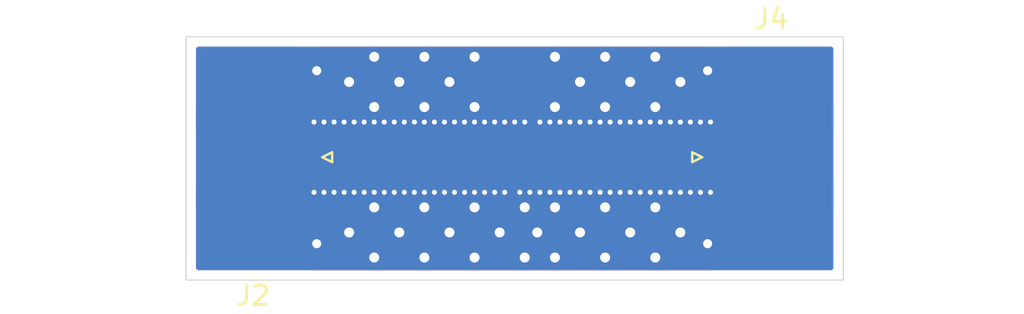
<source format=kicad_pcb>
(kicad_pcb (version 20241229) (generator "pcbnew") (generator_version "9.0")
  (layers (0 "F.Cu" signal) (2 "B.Cu" signal) (13 "F.Paste" user) (15 "B.Paste" user) (5 "F.SilkS" user "F.Silkscreen") (7 "B.SilkS" user "B.Silkscreen") (1 "F.Mask" user) (3 "B.Mask" user) (25 "Edge.Cuts" user))
  (net 0 "")
  (net 1 "GND")
  (net 2 "Net-(J2-In)")
  (footprint "Connector_Coaxial:SMA_Molex_73251-1153_EdgeMount_Horizontal" (layer "F.Cu") (at 178.125 125.4 180)
    (property "Reference" "J4" (at -1.5 7 0) (layer "F.SilkS"))
    (property "Value" "Conn_Coaxial")
    (fp_line (start 2.5 0.25) (end 2 0) (stroke (width 0.12)) (layer "F.SilkS"))
    (fp_line (start 2.5 -0.25) (end 2.5 0.25) (stroke (width 0.12)) (layer "F.SilkS"))
    (fp_line (start 2 0) (end 2.5 -0.25) (stroke (width 0.12)) (layer "F.SilkS"))
    (pad "1" smd rect (at -1.72 0 180) (size 5.08 2.29) (layers "F.Cu" "F.Mask" "F.Paste") (net 2 "Net-(J2-In)"))
    (pad "2" smd rect (at -1.72 -4.38 180) (size 5.08 2.42) (layers "F.Cu" "F.Mask" "F.Paste") (net 1 "GND"))
    (pad "2" smd rect (at -1.72 -4.38 180) (size 5.08 2.42) (layers "B.Cu" "B.Mask" "B.Paste") (net 1 "GND"))
    (pad "2" smd rect (at -1.72 4.38 180) (size 5.08 2.42) (layers "F.Cu" "F.Mask" "F.Paste") (net 1 "GND"))
    (pad "2" smd rect (at -1.72 4.38 180) (size 5.08 2.42) (layers "B.Cu" "B.Mask" "B.Paste") (net 1 "GND"))
    (pad "2" smd rect (at 1.27 -4.38 180) (size 0.95 0.46) (layers "F.Cu") (net 1 "GND"))
    (pad "2" smd rect (at 1.27 -4.38 180) (size 0.95 0.46) (layers "B.Cu") (net 1 "GND"))
    (pad "2" smd rect (at 1.27 4.38 180) (size 0.95 0.46) (layers "F.Cu") (net 1 "GND"))
    (pad "2" smd rect (at 1.27 4.38 180) (size 0.95 0.46) (layers "B.Cu") (net 1 "GND"))
    (pad "2" thru_hole circle (at 1.72 -4.38 180) (size 0.97 0.97) (drill 0.46) (layers "*.Cu") (net 1 "GND"))
    (pad "2" thru_hole circle (at 1.72 4.38 180) (size 0.97 0.97) (drill 0.46) (layers "*.Cu") (net 1 "GND"))
  )
  (footprint "Connector_Coaxial:SMA_Molex_73251-1153_EdgeMount_Horizontal" (layer "F.Cu") (at 154.895 125.4)
    (property "Reference" "J2" (at -1.5 7 0) (layer "F.SilkS"))
    (property "Value" "Conn_Coaxial")
    (fp_line (start 2 0) (end 2.5 -0.25) (stroke (width 0.12)) (layer "F.SilkS"))
    (fp_line (start 2.5 -0.25) (end 2.5 0.25) (stroke (width 0.12)) (layer "F.SilkS"))
    (fp_line (start 2.5 0.25) (end 2 0) (stroke (width 0.12)) (layer "F.SilkS"))
    (pad "1" smd rect (at -1.72 0) (size 5.08 2.29) (layers "F.Cu" "F.Mask" "F.Paste") (net 2 "Net-(J2-In)"))
    (pad "2" smd rect (at -1.72 -4.38) (size 5.08 2.42) (layers "F.Cu" "F.Mask" "F.Paste") (net 1 "GND"))
    (pad "2" smd rect (at -1.72 -4.38) (size 5.08 2.42) (layers "B.Cu" "B.Mask" "B.Paste") (net 1 "GND"))
    (pad "2" smd rect (at -1.72 4.38) (size 5.08 2.42) (layers "F.Cu" "F.Mask" "F.Paste") (net 1 "GND"))
    (pad "2" smd rect (at -1.72 4.38) (size 5.08 2.42) (layers "B.Cu" "B.Mask" "B.Paste") (net 1 "GND"))
    (pad "2" smd rect (at 1.27 -4.38) (size 0.95 0.46) (layers "F.Cu") (net 1 "GND"))
    (pad "2" smd rect (at 1.27 -4.38) (size 0.95 0.46) (layers "B.Cu") (net 1 "GND"))
    (pad "2" smd rect (at 1.27 4.38) (size 0.95 0.46) (layers "F.Cu") (net 1 "GND"))
    (pad "2" smd rect (at 1.27 4.38) (size 0.95 0.46) (layers "B.Cu") (net 1 "GND"))
    (pad "2" thru_hole circle (at 1.72 -4.38) (size 0.97 0.97) (drill 0.46) (layers "*.Cu") (net 1 "GND"))
    (pad "2" thru_hole circle (at 1.72 4.38) (size 0.97 0.97) (drill 0.46) (layers "*.Cu") (net 1 "GND"))
  )
  (gr_rect (start 150 119.304) (end 183.274 131.623) (stroke (width 0.05)) (fill no) (layer "Edge.Cuts"))
  (via (at 174.009 127.178) (size 0.508) (drill 0.254) (layers "F.Cu" "B.Cu") (net 1))
  (via (at 168.675 122.86) (size 1.016) (drill 0.508) (layers "F.Cu" "B.Cu") (net 1))
  (via (at 164.097 127.178) (size 0.508) (drill 0.254) (layers "F.Cu" "B.Cu") (net 1))
  (via (at 176.041 127.178) (size 0.508) (drill 0.254) (layers "F.Cu" "B.Cu") (net 1))
  (via (at 160.795 129.21) (size 1.016) (drill 0.508) (layers "F.Cu" "B.Cu") (net 1))
  (via (at 167.145 127.94) (size 1.016) (drill 0.508) (layers "F.Cu" "B.Cu") (net 1))
  (via (at 163.589 123.622) (size 0.508) (drill 0.254) (layers "F.Cu" "B.Cu") (net 1))
  (via (at 159.017 127.178) (size 0.508) (drill 0.254) (layers "F.Cu" "B.Cu") (net 1))
  (via (at 175.025 129.21) (size 1.016) (drill 0.508) (layers "F.Cu" "B.Cu") (net 1))
  (via (at 160.033 127.178) (size 0.508) (drill 0.254) (layers "F.Cu" "B.Cu") (net 1))
  (via (at 173.755 130.48) (size 1.016) (drill 0.508) (layers "F.Cu" "B.Cu") (net 1))
  (via (at 161.049 127.178) (size 0.508) (drill 0.254) (layers "F.Cu" "B.Cu") (net 1))
  (via (at 173.755 120.32) (size 1.016) (drill 0.508) (layers "F.Cu" "B.Cu") (net 1))
  (via (at 160.033 123.622) (size 0.508) (drill 0.254) (layers "F.Cu" "B.Cu") (net 1))
  (via (at 159.525 127.178) (size 0.508) (drill 0.254) (layers "F.Cu" "B.Cu") (net 1))
  (via (at 164.605 127.178) (size 0.508) (drill 0.254) (layers "F.Cu" "B.Cu") (net 1))
  (via (at 171.215 130.48) (size 1.016) (drill 0.508) (layers "F.Cu" "B.Cu") (net 1))
  (via (at 166.129 127.178) (size 0.508) (drill 0.254) (layers "F.Cu" "B.Cu") (net 1))
  (via (at 169.945 123.622) (size 0.508) (drill 0.254) (layers "F.Cu" "B.Cu") (net 1))
  (via (at 169.437 127.178) (size 0.508) (drill 0.254) (layers "F.Cu" "B.Cu") (net 1))
  (via (at 171.469 127.178) (size 0.508) (drill 0.254) (layers "F.Cu" "B.Cu") (net 1))
  (via (at 167.913 127.178) (size 0.508) (drill 0.254) (layers "F.Cu" "B.Cu") (net 1))
  (via (at 165.621 123.622) (size 0.508) (drill 0.254) (layers "F.Cu" "B.Cu") (net 1))
  (via (at 159.525 127.94) (size 1.016) (drill 0.508) (layers "F.Cu" "B.Cu") (net 1))
  (via (at 161.557 123.622) (size 0.508) (drill 0.254) (layers "F.Cu" "B.Cu") (net 1))
  (via (at 162.065 127.178) (size 0.508) (drill 0.254) (layers "F.Cu" "B.Cu") (net 1))
  (via (at 159.017 123.622) (size 0.508) (drill 0.254) (layers "F.Cu" "B.Cu") (net 1))
  (via (at 170.961 123.622) (size 0.508) (drill 0.254) (layers "F.Cu" "B.Cu") (net 1))
  (via (at 157.493 123.622) (size 0.508) (drill 0.254) (layers "F.Cu" "B.Cu") (net 1))
  (via (at 166.897 127.178) (size 0.508) (drill 0.254) (layers "F.Cu" "B.Cu") (net 1))
  (via (at 172.485 121.59) (size 1.016) (drill 0.508) (layers "F.Cu" "B.Cu") (net 1))
  (via (at 172.485 123.622) (size 0.508) (drill 0.254) (layers "F.Cu" "B.Cu") (net 1))
  (via (at 162.573 123.622) (size 0.508) (drill 0.254) (layers "F.Cu" "B.Cu") (net 1))
  (via (at 175.533 127.178) (size 0.508) (drill 0.254) (layers "F.Cu" "B.Cu") (net 1))
  (via (at 174.517 123.622) (size 0.508) (drill 0.254) (layers "F.Cu" "B.Cu") (net 1))
  (via (at 171.977 127.178) (size 0.508) (drill 0.254) (layers "F.Cu" "B.Cu") (net 1))
  (via (at 163.589 127.178) (size 0.508) (drill 0.254) (layers "F.Cu" "B.Cu") (net 1))
  (via (at 175.025 123.622) (size 0.508) (drill 0.254) (layers "F.Cu" "B.Cu") (net 1))
  (via (at 175.025 127.178) (size 0.508) (drill 0.254) (layers "F.Cu" "B.Cu") (net 1))
  (via (at 167.913 123.622) (size 0.508) (drill 0.254) (layers "F.Cu" "B.Cu") (net 1))
  (via (at 172.485 129.21) (size 1.016) (drill 0.508) (layers "F.Cu" "B.Cu") (net 1))
  (via (at 165.621 127.178) (size 0.508) (drill 0.254) (layers "F.Cu" "B.Cu") (net 1))
  (via (at 160.795 121.59) (size 1.016) (drill 0.508) (layers "F.Cu" "B.Cu") (net 1))
  (via (at 168.929 127.178) (size 0.508) (drill 0.254) (layers "F.Cu" "B.Cu") (net 1))
  (via (at 162.065 123.622) (size 0.508) (drill 0.254) (layers "F.Cu" "B.Cu") (net 1))
  (via (at 163.081 123.622) (size 0.508) (drill 0.254) (layers "F.Cu" "B.Cu") (net 1))
  (via (at 162.573 127.178) (size 0.508) (drill 0.254) (layers "F.Cu" "B.Cu") (net 1))
  (via (at 158.001 127.178) (size 0.508) (drill 0.254) (layers "F.Cu" "B.Cu") (net 1))
  (via (at 166.129 123.622) (size 0.508) (drill 0.254) (layers "F.Cu" "B.Cu") (net 1))
  (via (at 164.605 123.622) (size 0.508) (drill 0.254) (layers "F.Cu" "B.Cu") (net 1))
  (via (at 164.605 127.94) (size 1.016) (drill 0.508) (layers "F.Cu" "B.Cu") (net 1))
  (via (at 168.421 123.622) (size 0.508) (drill 0.254) (layers "F.Cu" "B.Cu") (net 1))
  (via (at 167.145 130.48) (size 1.016) (drill 0.508) (layers "F.Cu" "B.Cu") (net 1))
  (via (at 170.453 123.622) (size 0.508) (drill 0.254) (layers "F.Cu" "B.Cu") (net 1))
  (via (at 173.501 127.178) (size 0.508) (drill 0.254) (layers "F.Cu" "B.Cu") (net 1))
  (via (at 174.009 123.622) (size 0.508) (drill 0.254) (layers "F.Cu" "B.Cu") (net 1))
  (via (at 158.509 123.622) (size 0.508) (drill 0.254) (layers "F.Cu" "B.Cu") (net 1))
  (via (at 167.405 127.178) (size 0.508) (drill 0.254) (layers "F.Cu" "B.Cu") (net 1))
  (via (at 170.453 127.178) (size 0.508) (drill 0.254) (layers "F.Cu" "B.Cu") (net 1))
  (via (at 171.215 122.86) (size 1.016) (drill 0.508) (layers "F.Cu" "B.Cu") (net 1))
  (via (at 170.961 127.178) (size 0.508) (drill 0.254) (layers "F.Cu" "B.Cu") (net 1))
  (via (at 159.525 120.32) (size 1.016) (drill 0.508) (layers "F.Cu" "B.Cu") (net 1))
  (via (at 168.675 130.48) (size 1.016) (drill 0.508) (layers "F.Cu" "B.Cu") (net 1))
  (via (at 173.755 127.94) (size 1.016) (drill 0.508) (layers "F.Cu" "B.Cu") (net 1))
  (via (at 173.501 123.622) (size 0.508) (drill 0.254) (layers "F.Cu" "B.Cu") (net 1))
  (via (at 167.145 123.622) (size 0.508) (drill 0.254) (layers "F.Cu" "B.Cu") (net 1))
  (via (at 165.113 127.178) (size 0.508) (drill 0.254) (layers "F.Cu" "B.Cu") (net 1))
  (via (at 176.549 127.178) (size 0.508) (drill 0.254) (layers "F.Cu" "B.Cu") (net 1))
  (via (at 169.945 121.59) (size 1.016) (drill 0.508) (layers "F.Cu" "B.Cu") (net 1))
  (via (at 169.437 123.622) (size 0.508) (drill 0.254) (layers "F.Cu" "B.Cu") (net 1))
  (via (at 159.525 122.86) (size 1.016) (drill 0.508) (layers "F.Cu" "B.Cu") (net 1))
  (via (at 158.509 127.178) (size 0.508) (drill 0.254) (layers "F.Cu" "B.Cu") (net 1))
  (via (at 171.215 120.32) (size 1.016) (drill 0.508) (layers "F.Cu" "B.Cu") (net 1))
  (via (at 156.477 127.178) (size 0.508) (drill 0.254) (layers "F.Cu" "B.Cu") (net 1))
  (via (at 162.065 120.32) (size 1.016) (drill 0.508) (layers "F.Cu" "B.Cu") (net 1))
  (via (at 161.557 127.178) (size 0.508) (drill 0.254) (layers "F.Cu" "B.Cu") (net 1))
  (via (at 169.945 127.178) (size 0.508) (drill 0.254) (layers "F.Cu" "B.Cu") (net 1))
  (via (at 168.675 120.32) (size 1.016) (drill 0.508) (layers "F.Cu" "B.Cu") (net 1))
  (via (at 168.421 127.178) (size 0.508) (drill 0.254) (layers "F.Cu" "B.Cu") (net 1))
  (via (at 162.065 130.48) (size 1.016) (drill 0.508) (layers "F.Cu" "B.Cu") (net 1))
  (via (at 159.525 130.48) (size 1.016) (drill 0.508) (layers "F.Cu" "B.Cu") (net 1))
  (via (at 163.335 129.21) (size 1.016) (drill 0.508) (layers "F.Cu" "B.Cu") (net 1))
  (via (at 171.215 127.94) (size 1.016) (drill 0.508) (layers "F.Cu" "B.Cu") (net 1))
  (via (at 175.533 123.622) (size 0.508) (drill 0.254) (layers "F.Cu" "B.Cu") (net 1))
  (via (at 158.255 121.59) (size 1.016) (drill 0.508) (layers "F.Cu" "B.Cu") (net 1))
  (via (at 167.78 129.21) (size 1.016) (drill 0.508) (layers "F.Cu" "B.Cu") (net 1))
  (via (at 160.541 127.178) (size 0.508) (drill 0.254) (layers "F.Cu" "B.Cu") (net 1))
  (via (at 164.605 120.32) (size 1.016) (drill 0.508) (layers "F.Cu" "B.Cu") (net 1))
  (via (at 172.485 127.178) (size 0.508) (drill 0.254) (layers "F.Cu" "B.Cu") (net 1))
  (via (at 163.335 121.59) (size 1.016) (drill 0.508) (layers "F.Cu" "B.Cu") (net 1))
  (via (at 175.025 121.59) (size 1.016) (drill 0.508) (layers "F.Cu" "B.Cu") (net 1))
  (via (at 165.113 123.622) (size 0.508) (drill 0.254) (layers "F.Cu" "B.Cu") (net 1))
  (via (at 159.525 123.622) (size 0.508) (drill 0.254) (layers "F.Cu" "B.Cu") (net 1))
  (via (at 160.541 123.622) (size 0.508) (drill 0.254) (layers "F.Cu" "B.Cu") (net 1))
  (via (at 162.065 127.94) (size 1.016) (drill 0.508) (layers "F.Cu" "B.Cu") (net 1))
  (via (at 168.929 123.622) (size 0.508) (drill 0.254) (layers "F.Cu" "B.Cu") (net 1))
  (via (at 172.993 127.178) (size 0.508) (drill 0.254) (layers "F.Cu" "B.Cu") (net 1))
  (via (at 168.675 127.94) (size 1.016) (drill 0.508) (layers "F.Cu" "B.Cu") (net 1))
  (via (at 164.097 123.622) (size 0.508) (drill 0.254) (layers "F.Cu" "B.Cu") (net 1))
  (via (at 169.945 129.21) (size 1.016) (drill 0.508) (layers "F.Cu" "B.Cu") (net 1))
  (via (at 171.469 123.622) (size 0.508) (drill 0.254) (layers "F.Cu" "B.Cu") (net 1))
  (via (at 173.755 122.86) (size 1.016) (drill 0.508) (layers "F.Cu" "B.Cu") (net 1))
  (via (at 157.493 127.178) (size 0.508) (drill 0.254) (layers "F.Cu" "B.Cu") (net 1))
  (via (at 164.605 122.86) (size 1.016) (drill 0.508) (layers "F.Cu" "B.Cu") (net 1))
  (via (at 158.255 129.21) (size 1.016) (drill 0.508) (layers "F.Cu" "B.Cu") (net 1))
  (via (at 162.065 122.86) (size 1.016) (drill 0.508) (layers "F.Cu" "B.Cu") (net 1))
  (via (at 171.977 123.622) (size 0.508) (drill 0.254) (layers "F.Cu" "B.Cu") (net 1))
  (via (at 174.517 127.178) (size 0.508) (drill 0.254) (layers "F.Cu" "B.Cu") (net 1))
  (via (at 165.875 129.21) (size 1.016) (drill 0.508) (layers "F.Cu" "B.Cu") (net 1))
  (via (at 172.993 123.622) (size 0.508) (drill 0.254) (layers "F.Cu" "B.Cu") (net 1))
  (via (at 166.637 123.622) (size 0.508) (drill 0.254) (layers "F.Cu" "B.Cu") (net 1))
  (via (at 176.041 123.622) (size 0.508) (drill 0.254) (layers "F.Cu" "B.Cu") (net 1))
  (via (at 164.605 130.48) (size 1.016) (drill 0.508) (layers "F.Cu" "B.Cu") (net 1))
  (via (at 156.985 123.622) (size 0.508) (drill 0.254) (layers "F.Cu" "B.Cu") (net 1))
  (via (at 176.549 123.622) (size 0.508) (drill 0.254) (layers "F.Cu" "B.Cu") (net 1))
  (via (at 156.985 127.178) (size 0.508) (drill 0.254) (layers "F.Cu" "B.Cu") (net 1))
  (via (at 156.477 123.622) (size 0.508) (drill 0.254) (layers "F.Cu" "B.Cu") (net 1))
  (via (at 163.081 127.178) (size 0.508) (drill 0.254) (layers "F.Cu" "B.Cu") (net 1))
  (via (at 161.049 123.622) (size 0.508) (drill 0.254) (layers "F.Cu" "B.Cu") (net 1))
  (via (at 158.001 123.622) (size 0.508) (drill 0.254) (layers "F.Cu" "B.Cu") (net 1))
  (segment (start 166.641558 125.4) (end 165.494 125.4) (width 0.2) (layer "F.Cu") (net 2))
  (segment (start 179.845 125.4) (end 167.786 125.4) (width 0.94742) (layer "F.Cu") (net 2))
  (segment (start 166.638442 125.4) (end 167.786 125.4) (width 0.2) (layer "F.Cu") (net 2))
  (segment (start 153.175 125.4) (end 165.494 125.4) (width 0.94742) (layer "F.Cu") (net 2))
  (zone (net 1) (net_name "GND") (layer "F.Cu") (priority 1) (connect_pads (clearance 0.1524)) (min_thickness 0.25) (fill yes (thermal_gap 0.5) (thermal_bridge_width 0.5))
    (polygon (pts (xy 150 119.304) (xy 183.274 119.304) (xy 183.147 131.623) (xy 150 131.623)))
  )
  (zone (net 1) (net_name "GND") (layers "F.Cu" "B.Cu") (connect_pads yes (clearance 0.1524)) (min_thickness 0.25) (fill yes (thermal_gap 0.5) (thermal_bridge_width 0.5))
    (polygon (pts (xy 183.274 119.304) (xy 150 119.304) (xy 150 131.623) (xy 183.147 131.623)))
  )
)
</source>
